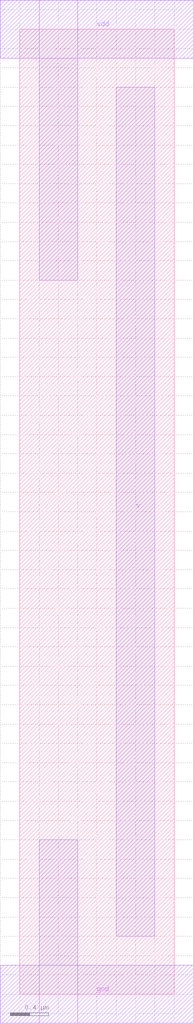
<source format=lef>
# SPDX-FileCopyrightText: 2021-2025 Niels Moseley <asicsforthemasses@gmail.com>
#
# SPDX-License-Identifier: GPL-3.0-only
#

VERSION 5.4 ;
NAMESCASESENSITIVE ON ;
BUSBITCHARS "[]" ;
DIVIDERCHAR "/" ;
UNITS
  DATABASE MICRONS 1000 ;
END UNITS

USEMINSPACING OBS ON ;
USEMINSPACING PIN OFF ;
CLEARANCEMEASURE EUCLIDEAN ;

MANUFACTURINGGRID 0.05 ;

SITE  core
    CLASS	CORE ;
    SYMMETRY	Y ;
    SIZE	0.800 BY 10.000 ;
END  core

MACRO TIEHI
  CLASS  CORE ;
  FOREIGN INVX1 0.000 0.000 ;
  ORIGIN 0.000 0.000 ;
  SIZE 1.600 BY 10.000 ;
  SYMMETRY X Y  ;
  SITE core ;
  PIN gnd
    DIRECTION INOUT ;
    USE GROUND ;
    SHAPE ABUTMENT ;
    PORT
      LAYER metal1 ;
        RECT 0.200 -0.300 0.600 1.600 ;
        RECT -0.200 -0.300 1.800 0.300 ;
    END
  END gnd
  PIN Y
    DIRECTION OUTPUT ;
    PORT
      LAYER metal1 ;
        RECT 1.000 0.600 1.400 9.400 ;
    END
  END Y
  PIN vdd
    DIRECTION INOUT ;
    USE POWER ;
    SHAPE ABUTMENT ;
    PORT
      LAYER metal1 ;
        RECT 0.200 7.400 0.600 10.300 ;
        RECT -0.200 9.700 1.800 10.300 ;
    END
  END vdd
END TIEHI

MACRO TIELO
  CLASS  CORE ;
  FOREIGN INVX1 0.000 0.000 ;
  ORIGIN 0.000 0.000 ;
  SIZE 1.600 BY 10.000 ;
  SYMMETRY X Y  ;
  SITE core ;
  PIN gnd
    DIRECTION INOUT ;
    USE GROUND ;
    SHAPE ABUTMENT ;
    PORT
      LAYER metal1 ;
        RECT 0.200 -0.300 0.600 1.600 ;
        RECT -0.200 -0.300 1.800 0.300 ;
    END
  END gnd
  PIN Y
    DIRECTION OUTPUT ;
    PORT
      LAYER metal1 ;
        RECT 1.000 0.600 1.400 9.400 ;
    END
  END Y
  PIN vdd
    DIRECTION INOUT ;
    USE POWER ;
    SHAPE ABUTMENT ;
    PORT
      LAYER metal1 ;
        RECT 0.200 7.400 0.600 10.300 ;
        RECT -0.200 9.700 1.800 10.300 ;
    END
  END vdd
END TIELO

MACRO __PIN
  CLASS  CORE ;
  ORIGIN 0.000 0.000 ;
  SIZE 4.00 BY 4.00 ;
  SYMMETRY X Y  ;
  SITE core ;
  PIN Y
    DIRECTION INOUT ;
    PORT
      LAYER metal1 ;
        RECT 1.000 1.000 3.00 3.00 ;
    END
  END Y
END __PIN

END LIBRARY

</source>
